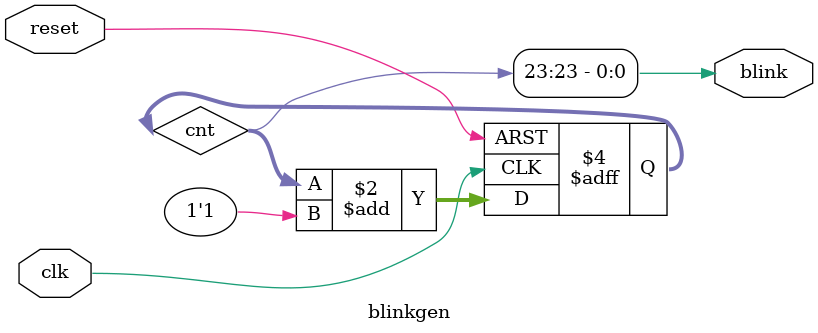
<source format=sv>
module blinkgen
(
    input clk,
    input reset,
    output logic blink
);

    logic [23:0] cnt = '0;

    always_ff @(posedge clk, posedge reset)
        if (reset)
            cnt <= '0;
        else
            cnt <= cnt + 1'b1;

    assign blink = cnt[23];

endmodule: blinkgen
</source>
